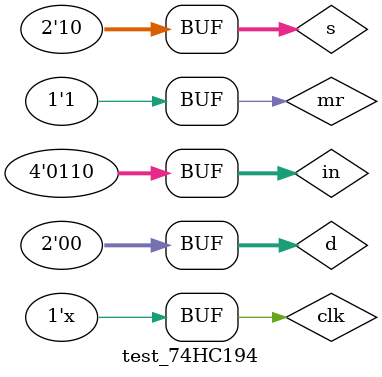
<source format=v>
`timescale 1ns/1ns
module test_74HC194;
    reg mr,clk;
    reg[1:0]s;
    reg[1:0]d;
    reg[0:3]in;
    wire[0:3]out;
W_74HC194 u1(mr,s,d,clk,in,out);
    always
        #5 clk=~clk;
    task s_clock;
        begin   
            d=0;
            repeat(4)
                #10 d=d+1;
        end
    endtask
    task clock;
        begin
            s=2'b11;s_clock;
            s=2'b00;s_clock;
            s=2'b01;s_clock;
            s=2'b10;s_clock;
         end
    endtask
    initial
        begin
            clk=1;in=4'b0110;clock;
        end
    initial
        begin
            mr=1;#5 mr=0;#10mr=1;
        end
endmodule
</source>
